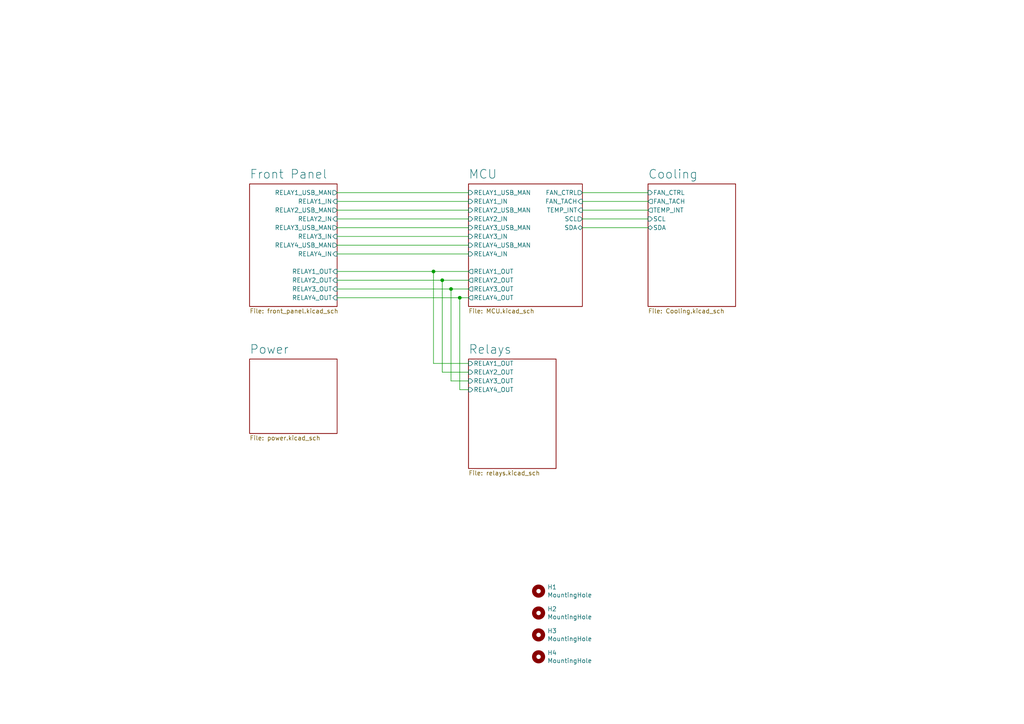
<source format=kicad_sch>
(kicad_sch (version 20211123) (generator eeschema)
  (paper "A4")
  (title_block (title "PRS Relay Board") (date "2023-02-20") (rev "1.0") (company "Deeply Embedded OÜ") (comment 1 "Designed by: Priit Tänav"))
  (lib_symbols
    (symbol "Mechanical:MountingHole" (pin_names (offset 1.016))
      (property "Reference" "H" (at 0 5.08 0))
      (property "Value" "MountingHole" (at 0 3.175 0))
      (symbol "MountingHole_0_1"
        (circle (center 0 0) (radius 1.27) (stroke (width 1.27)))
      )
    )
  )
  (junction (at 130.81 83.82))
  (junction (at 125.73 78.74))
  (junction (at 133.35 86.36))
  (junction (at 128.27 81.28))
  (wire (pts (xy 97.79 66.04) (xy 135.89 66.04)))
  (wire (pts (xy 97.79 58.42) (xy 135.89 58.42)))
  (wire (pts (xy 125.73 78.74) (xy 97.79 78.74)))
  (wire (pts (xy 135.89 55.88) (xy 97.79 55.88)))
  (wire (pts (xy 168.91 60.96) (xy 187.96 60.96)))
  (wire (pts (xy 125.73 78.74) (xy 125.73 105.41)))
  (wire (pts (xy 135.89 83.82) (xy 130.81 83.82)))
  (wire (pts (xy 135.89 78.74) (xy 125.73 78.74)))
  (wire (pts (xy 125.73 105.41) (xy 135.89 105.41)))
  (wire (pts (xy 128.27 81.28) (xy 128.27 107.95)))
  (wire (pts (xy 97.79 86.36) (xy 133.35 86.36)))
  (wire (pts (xy 187.96 63.5) (xy 168.91 63.5)))
  (wire (pts (xy 128.27 107.95) (xy 135.89 107.95)))
  (wire (pts (xy 130.81 110.49) (xy 135.89 110.49)))
  (wire (pts (xy 97.79 63.5) (xy 135.89 63.5)))
  (wire (pts (xy 97.79 71.12) (xy 135.89 71.12)))
  (wire (pts (xy 97.79 68.58) (xy 135.89 68.58)))
  (wire (pts (xy 168.91 55.88) (xy 187.96 55.88)))
  (wire (pts (xy 133.35 86.36) (xy 135.89 86.36)))
  (wire (pts (xy 133.35 113.03) (xy 135.89 113.03)))
  (wire (pts (xy 97.79 60.96) (xy 135.89 60.96)))
  (wire (pts (xy 187.96 58.42) (xy 168.91 58.42)))
  (wire (pts (xy 130.81 83.82) (xy 97.79 83.82)))
  (wire (pts (xy 168.91 66.04) (xy 187.96 66.04)))
  (wire (pts (xy 133.35 86.36) (xy 133.35 113.03)))
  (wire (pts (xy 128.27 81.28) (xy 135.89 81.28)))
  (wire (pts (xy 97.79 73.66) (xy 135.89 73.66)))
  (wire (pts (xy 97.79 81.28) (xy 128.27 81.28)))
  (wire (pts (xy 130.81 83.82) (xy 130.81 110.49)))
  (symbol (lib_id "Mechanical:MountingHole") (at 156.21 171.45 0) (unit 1)
    (property "Reference" "H1" (at 158.75 170.2816 0) (effects (justify left)))
    (property "Value" "MountingHole" (at 158.75 172.593 0) (effects (justify left)))
    (property "Footprint" "MountingHole:MountingHole_3.2mm_M3_DIN965" (effects hide))
  )
  (symbol (lib_id "Mechanical:MountingHole") (at 156.21 177.8 0) (unit 1)
    (property "Reference" "H2" (at 158.75 176.6316 0) (effects (justify left)))
    (property "Value" "MountingHole" (at 158.75 178.943 0) (effects (justify left)))
    (property "Footprint" "MountingHole:MountingHole_3.2mm_M3_DIN965" (effects hide))
  )
  (symbol (lib_id "Mechanical:MountingHole") (at 156.21 184.15 0) (unit 1)
    (property "Reference" "H3" (at 158.75 182.9816 0) (effects (justify left)))
    (property "Value" "MountingHole" (at 158.75 185.293 0) (effects (justify left)))
    (property "Footprint" "MountingHole:MountingHole_3.2mm_M3_DIN965" (effects hide))
  )
  (symbol (lib_id "Mechanical:MountingHole") (at 156.21 190.5 0) (unit 1)
    (property "Reference" "H4" (at 158.75 189.3316 0) (effects (justify left)))
    (property "Value" "MountingHole" (at 158.75 191.643 0) (effects (justify left)))
    (property "Footprint" "MountingHole:MountingHole_3.2mm_M3_DIN965" (effects hide))
  )
  (sheet (at 135.89 53.34) (size 33.02 35.56)
    (property "Sheet name" "MCU" (at 135.89 51.9934 0) (effects (font (size 2.54 2.54)) (justify left bottom)))
    (property "Sheet file" "MCU.kicad_sch" (at 135.89 89.4846 0) (effects (justify left top)))
    (pin "RELAY1_IN" input (at 135.89 58.42 180))
    (pin "RELAY2_IN" input (at 135.89 63.5 180))
    (pin "RELAY3_IN" input (at 135.89 68.58 180))
    (pin "RELAY4_IN" input (at 135.89 73.66 180))
    (pin "RELAY1_USB_MAN" input (at 135.89 55.88 180))
    (pin "RELAY2_USB_MAN" input (at 135.89 60.96 180))
    (pin "RELAY3_USB_MAN" input (at 135.89 66.04 180))
    (pin "RELAY4_USB_MAN" input (at 135.89 71.12 180))
    (pin "RELAY1_OUT" output (at 135.89 78.74 180))
    (pin "RELAY2_OUT" output (at 135.89 81.28 180))
    (pin "RELAY3_OUT" output (at 135.89 83.82 180))
    (pin "RELAY4_OUT" output (at 135.89 86.36 180))
    (pin "FAN_CTRL" output (at 168.91 55.88 0))
    (pin "FAN_TACH" input (at 168.91 58.42 0))
    (pin "TEMP_INT" input (at 168.91 60.96 0))
    (pin "SCL" output (at 168.91 63.5 0))
    (pin "SDA" bidirectional (at 168.91 66.04 0))
  )
  (sheet (at 72.39 53.34) (size 25.4 35.56)
    (property "Sheet name" "Front Panel" (at 72.39 51.9934 0) (effects (font (size 2.54 2.54)) (justify left bottom)))
    (property "Sheet file" "front_panel.kicad_sch" (at 72.39 89.4846 0) (effects (justify left top)))
    (pin "RELAY1_USB_MAN" output (at 97.79 55.88 0))
    (pin "RELAY1_IN" input (at 97.79 58.42 0))
    (pin "RELAY2_USB_MAN" output (at 97.79 60.96 0))
    (pin "RELAY3_USB_MAN" output (at 97.79 66.04 0))
    (pin "RELAY4_USB_MAN" output (at 97.79 71.12 0))
    (pin "RELAY2_IN" input (at 97.79 63.5 0))
    (pin "RELAY3_IN" input (at 97.79 68.58 0))
    (pin "RELAY4_IN" input (at 97.79 73.66 0))
    (pin "RELAY1_OUT" input (at 97.79 78.74 0))
    (pin "RELAY2_OUT" input (at 97.79 81.28 0))
    (pin "RELAY4_OUT" input (at 97.79 86.36 0))
    (pin "RELAY3_OUT" input (at 97.79 83.82 0))
  )
  (sheet (at 187.96 53.34) (size 25.4 35.56)
    (property "Sheet name" "Cooling" (at 187.96 51.9934 0) (effects (font (size 2.54 2.54)) (justify left bottom)))
    (property "Sheet file" "Cooling.kicad_sch" (at 187.96 89.4846 0) (effects (justify left top)))
    (pin "SDA" bidirectional (at 187.96 66.04 180))
    (pin "SCL" input (at 187.96 63.5 180))
    (pin "TEMP_INT" output (at 187.96 60.96 180))
    (pin "FAN_CTRL" input (at 187.96 55.88 180))
    (pin "FAN_TACH" output (at 187.96 58.42 180))
  )
  (sheet (at 135.89 104.14) (size 25.4 31.75)
    (property "Sheet name" "Relays" (at 135.89 102.7934 0) (effects (font (size 2.54 2.54)) (justify left bottom)))
    (property "Sheet file" "relays.kicad_sch" (at 135.89 136.4746 0) (effects (justify left top)))
    (pin "RELAY1_OUT" input (at 135.89 105.41 180))
    (pin "RELAY3_OUT" input (at 135.89 110.49 180))
    (pin "RELAY4_OUT" input (at 135.89 113.03 180))
    (pin "RELAY2_OUT" input (at 135.89 107.95 180))
  )
  (sheet (at 72.39 104.14) (size 25.4 21.59)
    (property "Sheet name" "Power" (at 72.39 102.7934 0) (effects (font (size 2.54 2.54)) (justify left bottom)))
    (property "Sheet file" "power.kicad_sch" (at 72.39 126.3146 0) (effects (justify left top)))
  )
)
</source>
